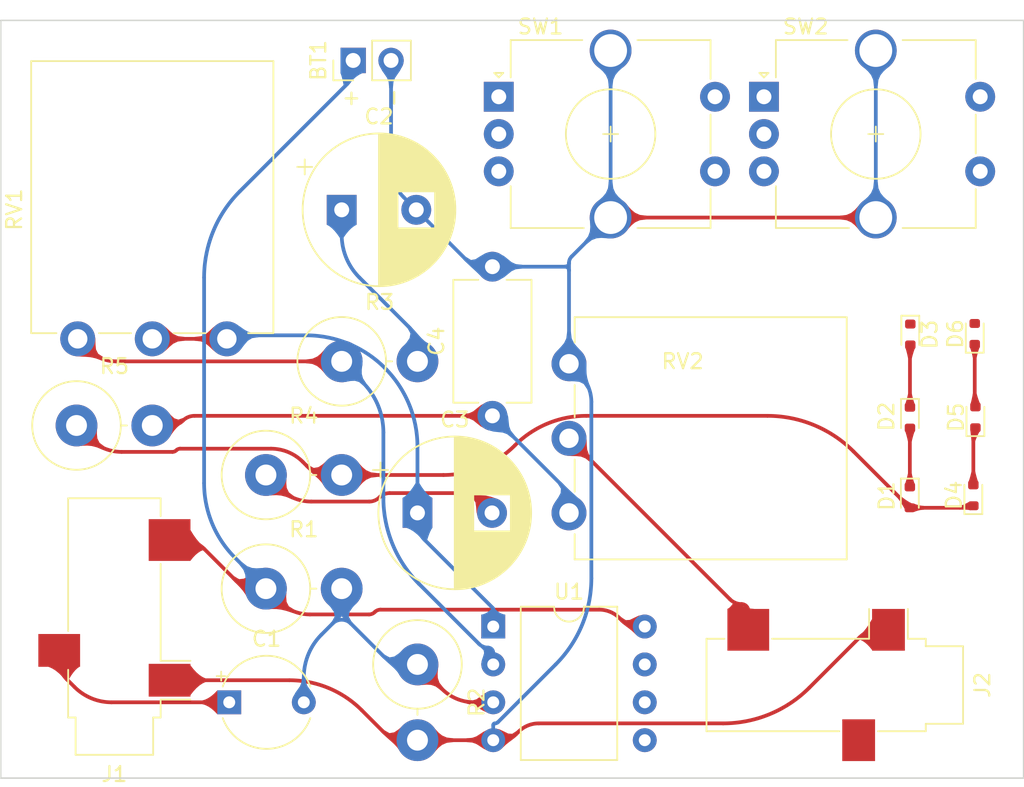
<source format=kicad_pcb>
(kicad_pcb (version 20221018) (generator pcbnew)
  (layers (0 "F.Cu" signal) (31 "B.Cu" signal) (34 "B.Paste" user) (35 "F.Paste" user) (36 "B.SilkS" user "B.Silkscreen") (37 "F.SilkS" user "F.Silkscreen") (38 "B.Mask" user) (39 "F.Mask" user) (44 "Edge.Cuts" user))
  (net 0 "")
  (net 1 "+9V")
  (net 2 "GND")
  (net 3 "Net-(C1-Pad1)")
  (net 4 "Net-(U1A-+)")
  (net 5 "Net-(C2-Pad1)")
  (net 6 "Net-(C3-Pad1)")
  (net 7 "Net-(C3-Pad2)")
  (net 8 "Net-(C4-Pad1)")
  (net 9 "Net-(D1-K)")
  (net 10 "/CLIPPER")
  (net 11 "Net-(D2-K)")
  (net 12 "Net-(D3-K)")
  (net 13 "Net-(D4-A)")
  (net 14 "Net-(D5-A)")
  (net 15 "Net-(D6-A)")
  (net 16 "Net-(J2-PadT)")
  (net 17 "Net-(U1A--)")
  (footprint "Resistor_THT:R_Axial_DIN0614_L14.3mm_D5.7mm_P5.08mm_Vertical" (layer "F.Cu") (at 71.12 157.48 -90)
    (fp_text reference "R2" (at 2.54 -3.97 90) (layer "F.SilkS"))
    (fp_text value "240k")
    (pad "1" thru_hole circle (at 0 0 270) (size 2.8 2.8) (drill 1.4) (layers "*.Cu" "*.Mask") (net 4 "Net-(U1A-+)"))
    (pad "2" thru_hole oval (at 5.08 0 270) (size 2.8 2.8) (drill 1.4) (layers "*.Cu" "*.Mask") (net 2 "GND"))
  )
  (footprint "Potentiometer_THT:Potentiometer_Piher_PC-16_Single_Vertical" (layer "F.Cu") (at 81.28 147.32)
    (fp_text reference "RV2" (at 7.62 -10.16) (layer "F.SilkS"))
    (fp_text value "50k")
    (pad "1" thru_hole circle (at 0 0) (size 2.34 2.34) (drill 1.3) (layers "*.Cu" "*.Mask") (net 8 "Net-(C4-Pad1)"))
    (pad "2" thru_hole circle (at 0 -5) (size 2.34 2.34) (drill 1.3) (layers "*.Cu" "*.Mask") (net 16 "Net-(J2-PadT)"))
    (pad "3" thru_hole circle (at 0 -10) (size 2.34 2.34) (drill 1.3) (layers "*.Cu" "*.Mask") (net 2 "GND"))
  )
  (footprint "Package_DIP:DIP-8_W10.16mm" (layer "F.Cu") (at 76.2 154.94)
    (fp_text reference "U1" (at 5.08 -2.33) (layer "F.SilkS"))
    (fp_text value "RC4558")
    (pad "1" thru_hole rect (at 0 0) (size 1.6 1.6) (drill 0.8) (layers "*.Cu" "*.Mask") (net 6 "Net-(C3-Pad1)"))
    (pad "2" thru_hole oval (at 0 2.54) (size 1.6 1.6) (drill 0.8) (layers "*.Cu" "*.Mask") (net 17 "Net-(U1A--)"))
    (pad "3" thru_hole oval (at 0 5.08) (size 1.6 1.6) (drill 0.8) (layers "*.Cu" "*.Mask") (net 4 "Net-(U1A-+)"))
    (pad "4" thru_hole oval (at 0 7.62) (size 1.6 1.6) (drill 0.8) (layers "*.Cu" "*.Mask") (net 2 "GND"))
    (pad "5" thru_hole oval (at 10.16 7.62) (size 1.6 1.6) (drill 0.8) (layers "*.Cu" "*.Mask"))
    (pad "6" thru_hole oval (at 10.16 5.08) (size 1.6 1.6) (drill 0.8) (layers "*.Cu" "*.Mask"))
    (pad "7" thru_hole oval (at 10.16 2.54) (size 1.6 1.6) (drill 0.8) (layers "*.Cu" "*.Mask"))
    (pad "8" thru_hole oval (at 10.16 0) (size 1.6 1.6) (drill 0.8) (layers "*.Cu" "*.Mask") (net 1 "+9V"))
  )
  (footprint "Potentiometer_THT:Potentiometer_Piher_PC-16_Single_Vertical" (layer "F.Cu") (at 58.34 135.65 90)
    (fp_text reference "RV1" (at 8.665 -14.25 90) (layer "F.SilkS"))
    (fp_text value "200k")
    (pad "1" thru_hole circle (at 0 0 90) (size 2.34 2.34) (drill 1.3) (layers "*.Cu" "*.Mask") (net 6 "Net-(C3-Pad1)"))
    (pad "2" thru_hole circle (at 0 -5 90) (size 2.34 2.34) (drill 1.3) (layers "*.Cu" "*.Mask") (net 6 "Net-(C3-Pad1)"))
    (pad "3" thru_hole circle (at 0 -10 90) (size 2.34 2.34) (drill 1.3) (layers "*.Cu" "*.Mask") (net 17 "Net-(U1A--)"))
  )
  (footprint "Diode_SMD:D_SOD-523" (layer "F.Cu") (at 108.39 146.1427 90)
    (fp_text reference "D4" (at 0 -1.3 90) (layer "F.SilkS"))
    (fp_text value "1N914WT")
    (pad "1" smd roundrect (at -0.7 0 270) (size 0.6 0.7) (layers "F.Cu" "F.Paste" "F.Mask") (net 10 "/CLIPPER"))
    (pad "2" smd roundrect (at 0.7 0 270) (size 0.6 0.7) (layers "F.Cu" "F.Paste" "F.Mask") (net 13 "Net-(D4-A)"))
  )
  (footprint "Connector_Audio:Jack_3.5mm_CUI_SJ-3523-SMT_Horizontal" (layer "F.Cu") (at 99.1 158.86 -90)
    (fp_text reference "J2" (at 0 -9.9 90) (layer "F.SilkS"))
    (fp_text value "AudioJack2")
    (pad "" np_thru_hole circle (at 0 -2.5 270) (size 1.7 1.7) (drill 1.7) (layers "*.Cu" "*.Mask"))
    (pad "" np_thru_hole circle (at 0 4.5 270) (size 1.7 1.7) (drill 1.7) (layers "*.Cu" "*.Mask"))
    (pad "R" smd rect (at 3.7 -1.6 270) (size 2.8 2.2) (layers "F.Cu" "F.Paste" "F.Mask"))
    (pad "S" smd rect (at -3.7 -3.6 270) (size 2.8 2.2) (layers "F.Cu" "F.Paste" "F.Mask") (net 2 "GND"))
    (pad "T" smd rect (at -3.7 5.8 270) (size 2.8 2.8) (layers "F.Cu" "F.Paste" "F.Mask") (net 16 "Net-(J2-PadT)"))
  )
  (footprint "Resistor_THT:R_Axial_DIN0614_L14.3mm_D5.7mm_P5.08mm_Vertical" (layer "F.Cu") (at 66.04 137.16)
    (fp_text reference "R3" (at 2.54 -3.97) (layer "F.SilkS"))
    (fp_text value "2k")
    (pad "1" thru_hole circle (at 0 0) (size 2.8 2.8) (drill 1.4) (layers "*.Cu" "*.Mask") (net 17 "Net-(U1A--)"))
    (pad "2" thru_hole oval (at 5.08 0) (size 2.8 2.8) (drill 1.4) (layers "*.Cu" "*.Mask") (net 5 "Net-(C2-Pad1)"))
  )
  (footprint "Diode_SMD:D_SOD-523" (layer "F.Cu") (at 108.4832 135.32 90)
    (fp_text reference "D6" (at 0 -1.3 90) (layer "F.SilkS"))
    (fp_text value "1N914WT")
    (pad "1" smd roundrect (at -0.7 0 270) (size 0.6 0.7) (layers "F.Cu" "F.Paste" "F.Mask") (net 14 "Net-(D5-A)"))
    (pad "2" smd roundrect (at 0.7 0 270) (size 0.6 0.7) (layers "F.Cu" "F.Paste" "F.Mask") (net 15 "Net-(D6-A)"))
  )
  (footprint "Resistor_THT:R_Axial_DIN0614_L14.3mm_D5.7mm_P5.08mm_Vertical" (layer "F.Cu") (at 60.96 144.78)
    (fp_text reference "R4" (at 2.54 -3.97) (layer "F.SilkS"))
    (fp_text value "8k")
    (pad "1" thru_hole circle (at 0 0) (size 2.8 2.8) (drill 1.4) (layers "*.Cu" "*.Mask") (net 7 "Net-(C3-Pad2)"))
    (pad "2" thru_hole oval (at 5.08 0) (size 2.8 2.8) (drill 1.4) (layers "*.Cu" "*.Mask") (net 10 "/CLIPPER"))
  )
  (footprint "Connector_Audio:Jack_3.5mm_CUI_SJ-3523-SMT_Horizontal" (layer "F.Cu") (at 50.8 154.94 180)
    (fp_text reference "J1" (at 0 -9.9) (layer "F.SilkS"))
    (fp_text value "AudioJack3")
    (pad "" np_thru_hole circle (at 0 -2.5 180) (size 1.7 1.7) (drill 1.7) (layers "*.Cu" "*.Mask"))
    (pad "" np_thru_hole circle (at 0 4.5 180) (size 1.7 1.7) (drill 1.7) (layers "*.Cu" "*.Mask"))
    (pad "R" smd rect (at 3.7 -1.6 180) (size 2.8 2.2) (layers "F.Cu" "F.Paste" "F.Mask") (net 3 "Net-(C1-Pad1)"))
    (pad "S" smd rect (at -3.7 -3.6 180) (size 2.8 2.2) (layers "F.Cu" "F.Paste" "F.Mask") (net 2 "GND"))
    (pad "T" smd rect (at -3.7 5.8 180) (size 2.8 2.8) (layers "F.Cu" "F.Paste" "F.Mask") (net 1 "+9V"))
  )
  (footprint "Capacitor_THT:CP_Radial_D10.0mm_P5.00mm" (layer "F.Cu") (at 71.12 147.32)
    (fp_text reference "C3" (at 2.5 -6.25) (layer "F.SilkS"))
    (fp_text value "4.7µF")
    (pad "1" thru_hole rect (at 0 0) (size 2 2) (drill 1) (layers "*.Cu" "*.Mask") (net 6 "Net-(C3-Pad1)"))
    (pad "2" thru_hole circle (at 5 0) (size 2 2) (drill 1) (layers "*.Cu" "*.Mask") (net 7 "Net-(C3-Pad2)"))
  )
  (footprint "Rotary_Encoder:RotaryEncoder_Alps_EC12E-Switch_Vertical_H20mm_CircularMountingHoles" (layer "F.Cu") (at 76.57 119.42)
    (fp_text reference "SW1" (at 2.8 -4.7) (layer "F.SilkS"))
    (fp_text value "SW_Rotary_1x4_MP")
    (pad "A" thru_hole rect (at 0 0) (size 2 2) (drill 1) (layers "*.Cu" "*.Mask"))
    (pad "B" thru_hole circle (at 0 5) (size 2 2) (drill 1) (layers "*.Cu" "*.Mask"))
    (pad "C" thru_hole circle (at 0 2.5) (size 2 2) (drill 1) (layers "*.Cu" "*.Mask"))
    (pad "MP" thru_hole circle (at 7.5 -3.1) (size 2.8 2.8) (drill 2.2) (layers "*.Cu" "*.Mask") (net 2 "GND"))
    (pad "MP" thru_hole circle (at 7.5 8.1) (size 2.8 2.8) (drill 2.2) (layers "*.Cu" "*.Mask") (net 2 "GND"))
    (pad "S1" thru_hole circle (at 14.5 0) (size 2 2) (drill 1) (layers "*.Cu" "*.Mask"))
    (pad "S2" thru_hole circle (at 14.5 5) (size 2 2) (drill 1) (layers "*.Cu" "*.Mask"))
  )
  (footprint "Resistor_THT:R_Axial_DIN0614_L14.3mm_D5.7mm_P5.08mm_Vertical" (layer "F.Cu") (at 60.96 152.4)
    (fp_text reference "R1" (at 2.54 -3.97) (layer "F.SilkS"))
    (fp_text value "20k")
    (pad "1" thru_hole circle (at 0 0) (size 2.8 2.8) (drill 1.4) (layers "*.Cu" "*.Mask") (net 1 "+9V"))
    (pad "2" thru_hole oval (at 5.08 0) (size 2.8 2.8) (drill 1.4) (layers "*.Cu" "*.Mask") (net 4 "Net-(U1A-+)"))
  )
  (footprint "Connector_PinHeader_2.54mm:PinHeader_1x02_P2.54mm_Vertical" (layer "F.Cu") (at 66.8087 116.9861 90)
    (fp_text reference "BT1" (at 0 -2.33 90) (layer "F.SilkS"))
    (fp_text value "9V Battery")
    (fp_text user "+" (at -3.261332 -0.18946 90) (layer "F.SilkS") (effects (justify left)))
    (fp_text user "-" (at -3.225189 2.674875 90) (layer "F.SilkS") (effects (justify left)))
    (pad "1" thru_hole rect (at 0 0 90) (size 1.7 1.7) (drill 1) (layers "*.Cu" "*.Mask") (net 1 "+9V"))
    (pad "2" thru_hole oval (at 0 2.54 90) (size 1.7 1.7) (drill 1) (layers "*.Cu" "*.Mask") (net 2 "GND"))
  )
  (footprint "Diode_SMD:D_SOD-523" (layer "F.Cu") (at 104.1325 146.2787 -90)
    (fp_text reference "D1" (at -0.086425 1.553144 90) (layer "F.SilkS"))
    (fp_text value "1N914WT")
    (pad "1" smd roundrect (at -0.7 0 90) (size 0.6 0.7) (layers "F.Cu" "F.Paste" "F.Mask") (net 9 "Net-(D1-K)"))
    (pad "2" smd roundrect (at 0.7 0 90) (size 0.6 0.7) (layers "F.Cu" "F.Paste" "F.Mask") (net 10 "/CLIPPER"))
  )
  (footprint "Resistor_THT:R_Axial_DIN0614_L14.3mm_D5.7mm_P5.08mm_Vertical" (layer "F.Cu") (at 48.26 141.46)
    (fp_text reference "R5" (at 2.54 -3.97) (layer "F.SilkS"))
    (fp_text value "10k")
    (pad "1" thru_hole circle (at 0 0) (size 2.8 2.8) (drill 1.4) (layers "*.Cu" "*.Mask") (net 10 "/CLIPPER"))
    (pad "2" thru_hole oval (at 5.08 0) (size 2.8 2.8) (drill 1.4) (layers "*.Cu" "*.Mask") (net 8 "Net-(C4-Pad1)"))
  )
  (footprint "Capacitor_THT:C_Disc_D8.0mm_W5.0mm_P10.00mm" (layer "F.Cu") (at 76.1453 140.8131 90)
    (fp_text reference "C4" (at 5 -3.75 90) (layer "F.SilkS"))
    (fp_text value "0.033µF")
    (pad "1" thru_hole circle (at 0 0 90) (size 2 2) (drill 1) (layers "*.Cu" "*.Mask") (net 8 "Net-(C4-Pad1)"))
    (pad "2" thru_hole circle (at 10 0 90) (size 2 2) (drill 1) (layers "*.Cu" "*.Mask") (net 2 "GND"))
  )
  (footprint "Capacitor_THT:CP_Radial_D10.0mm_P5.00mm" (layer "F.Cu") (at 66.04 127)
    (fp_text reference "C2" (at 2.5 -6.25) (layer "F.SilkS"))
    (fp_text value "4.7µF")
    (pad "1" thru_hole rect (at 0 0) (size 2 2) (drill 1) (layers "*.Cu" "*.Mask") (net 5 "Net-(C2-Pad1)"))
    (pad "2" thru_hole circle (at 5 0) (size 2 2) (drill 1) (layers "*.Cu" "*.Mask") (net 2 "GND"))
  )
  (footprint "Capacitor_THT:CP_Radial_Tantal_D6.0mm_P5.00mm" (layer "F.Cu") (at 58.5 160.02)
    (fp_text reference "C1" (at 2.5 -4.25) (layer "F.SilkS"))
    (fp_text value "0.047µF")
    (pad "1" thru_hole rect (at 0 0) (size 1.6 1.6) (drill 0.8) (layers "*.Cu" "*.Mask") (net 3 "Net-(C1-Pad1)"))
    (pad "2" thru_hole circle (at 5 0) (size 1.6 1.6) (drill 0.8) (layers "*.Cu" "*.Mask") (net 4 "Net-(U1A-+)"))
  )
  (footprint "Diode_SMD:D_SOD-523" (layer "F.Cu") (at 104.1636 135.3593 -90)
    (fp_text reference "D3" (at 0 -1.3 90) (layer "F.SilkS"))
    (fp_text value "1N914WT")
    (pad "1" smd roundrect (at -0.7 0 90) (size 0.6 0.7) (layers "F.Cu" "F.Paste" "F.Mask") (net 12 "Net-(D3-K)"))
    (pad "2" smd roundrect (at 0.7 0 90) (size 0.6 0.7) (layers "F.Cu" "F.Paste" "F.Mask") (net 11 "Net-(D2-K)"))
  )
  (footprint "Diode_SMD:D_SOD-523" (layer "F.Cu") (at 104.14 140.9352 -90)
    (fp_text reference "D2" (at -0.074066 1.573129 90) (layer "F.SilkS"))
    (fp_text value "1N914WT")
    (pad "1" smd roundrect (at -0.7 0 90) (size 0.6 0.7) (layers "F.Cu" "F.Paste" "F.Mask") (net 11 "Net-(D2-K)"))
    (pad "2" smd roundrect (at 0.7 0 90) (size 0.6 0.7) (layers "F.Cu" "F.Paste" "F.Mask") (net 9 "Net-(D1-K)"))
  )
  (footprint "Diode_SMD:D_SOD-523" (layer "F.Cu") (at 108.529 140.9127 90)
    (fp_text reference "D5" (at 0 -1.3 90) (layer "F.SilkS"))
    (fp_text value "1N914WT")
    (pad "1" smd roundrect (at -0.7 0 270) (size 0.6 0.7) (layers "F.Cu" "F.Paste" "F.Mask") (net 13 "Net-(D4-A)"))
    (pad "2" smd roundrect (at 0.7 0 270) (size 0.6 0.7) (layers "F.Cu" "F.Paste" "F.Mask") (net 14 "Net-(D5-A)"))
  )
  (footprint "Rotary_Encoder:RotaryEncoder_Alps_EC12E-Switch_Vertical_H20mm_CircularMountingHoles" (layer "F.Cu") (at 94.35 119.42)
    (fp_text reference "SW2" (at 2.8 -4.7) (layer "F.SilkS"))
    (fp_text value "SW_Rotary_1x4_MP")
    (pad "A" thru_hole rect (at 0 0) (size 2 2) (drill 1) (layers "*.Cu" "*.Mask"))
    (pad "B" thru_hole circle (at 0 5) (size 2 2) (drill 1) (layers "*.Cu" "*.Mask"))
    (pad "C" thru_hole circle (at 0 2.5) (size 2 2) (drill 1) (layers "*.Cu" "*.Mask"))
    (pad "MP" thru_hole circle (at 7.5 -3.1) (size 2.8 2.8) (drill 2.2) (layers "*.Cu" "*.Mask") (net 2 "GND"))
    (pad "MP" thru_hole circle (at 7.5 8.1) (size 2.8 2.8) (drill 2.2) (layers "*.Cu" "*.Mask") (net 2 "GND"))
    (pad "S1" thru_hole circle (at 14.5 0) (size 2 2) (drill 1) (layers "*.Cu" "*.Mask"))
    (pad "S2" thru_hole circle (at 14.5 5) (size 2 2) (drill 1) (layers "*.Cu" "*.Mask"))
  )
  (gr_rect (start 43.18 114.3) (end 111.76 165.1) (stroke (width 0.1)) (fill none) (layer "Edge.Cuts"))
  (segment (start 61.8241 153.2641) (end 60.96 152.4) (width 0.25) (layer "F.Cu") (net 1))
  (segment (start 56.837451 149.750551) (end 58.96608 151.87918) (width 0.25) (layer "F.Cu") (net 1))
  (segment (start 67.871608 154.1282) (end 63.910221 154.1282) (width 0.25) (layer "F.Cu") (net 1))
  (segment (start 68.643191 153.8086) (end 83.301679 153.8086) (width 0.25) (layer "F.Cu") (net 1))
  (segment (start 60.22345 152.4) (end 60.96 152.4) (width 0.25) (layer "F.Cu") (net 1))
  (segment (start 55.36345 149.14) (end 54.5 149.14) (width 0.25) (layer "F.Cu") (net 1))
  (segment (start 85.79655 154.94) (end 86.36 154.94) (width 0.25) (layer "F.Cu") (net 1))
  (segment (start 84.6674 154.3743) (end 84.83468 154.54158) (width 0.25) (layer "F.Cu") (net 1))
  (arc (start 58.96608 151.87918) (mid 59.542966 152.264643) (end 60.22345 152.4) (width 0.25) (layer "F.Cu") (net 1))
  (arc (start 56.837451 149.750551) (mid 56.161173 149.298677) (end 55.36345 149.14) (width 0.25) (layer "F.Cu") (net 1))
  (arc (start 61.8241 153.2641) (mid 62.78122 153.903627) (end 63.910221 154.1282) (width 0.25) (layer "F.Cu") (net 1))
  (arc (start 84.6674 154.3743) (mid 84.040801 153.95562) (end 83.301679 153.8086) (width 0.25) (layer "F.Cu") (net 1))
  (arc (start 68.643191 153.8086) (mid 68.434402 153.85013) (end 68.2574 153.9684) (width 0.25) (layer "F.Cu") (net 1))
  (arc (start 68.2574 153.9684) (mid 68.080397 154.086669) (end 67.871608 154.1282) (width 0.25) (layer "F.Cu") (net 1))
  (arc (start 84.83468 154.54158) (mid 85.275989 154.836454) (end 85.79655 154.94) (width 0.25) (layer "F.Cu") (net 1))
  (segment (start 58.88745 150.32745) (end 60.96 152.4) (width 0.25) (layer "B.Cu") (net 1))
  (segment (start 66.392602 118.579096) (end 59.20559 125.766109) (width 0.25) (layer "B.Cu") (net 1))
  (segment (start 56.8149 145.323871) (end 56.8149 131.537747) (width 0.25) (layer "B.Cu") (net 1))
  (segment (start 66.8087 117.57455) (end 66.8087 116.9861) (width 0.25) (layer "B.Cu") (net 1))
  (arc (start 56.8149 145.323871) (mid 57.353538 148.031788) (end 58.88745 150.32745) (width 0.25) (layer "B.Cu") (net 1))
  (arc (start 59.20559 125.766109) (mid 57.43622 128.414159) (end 56.8149 131.537747) (width 0.25) (layer "B.Cu") (net 1))
  (arc (start 66.8087 117.57455) (mid 66.700559 118.118206) (end 66.392602 118.579096) (width 0.25) (layer "B.Cu") (net 1))
  (segment (start 101.98655 155.16) (end 102.7 155.16) (width 0.25) (layer "F.Cu") (net 2))
  (segment (start 71.98345 162.56) (end 75.63655 162.56) (width 0.25) (layer "F.Cu") (net 2))
  (segment (start 97.39069 159.042409) (end 100.768614 155.664485) (width 0.25) (layer "F.Cu") (net 2))
  (segment (start 76.76345 162.56) (end 75.63655 162.56) (width 0.25) (layer "F.Cu") (net 2))
  (segment (start 71.98345 162.56) (end 70.25655 162.56) (width 0.25) (layer "F.Cu") (net 2))
  (segment (start 62.53053 158.54) (end 54.5 158.54) (width 0.25) (layer "F.Cu") (net 2))
  (segment (start 67.3831 160.55) (end 68.782548 161.949448) (width 0.25) (layer "F.Cu") (net 2))
  (segment (start 77.890349 161.996549) (end 77.725319 162.16158) (width 0.25) (layer "F.Cu") (net 2))
  (segment (start 79.250638 161.4331) (end 91.619053 161.4331) (width 0.25) (layer "F.Cu") (net 2))
  (segment (start 101.85 127.52) (end 84.07 127.52) (width 0.25) (layer "F.Cu") (net 2))
  (arc (start 79.250638 161.4331) (mid 78.514455 161.579535) (end 77.890349 161.996549) (width 0.25) (layer "F.Cu") (net 2))
  (arc (start 97.39069 159.042409) (mid 94.74264 160.811779) (end 91.619053 161.4331) (width 0.25) (layer "F.Cu") (net 2))
  (arc (start 101.98655 155.16) (mid 101.327407 155.291111) (end 100.768614 155.664485) (width 0.25) (layer "F.Cu") (net 2))
  (arc (start 67.3831 160.55) (mid 65.156722 159.062381) (end 62.53053 158.54) (width 0.25) (layer "F.Cu") (net 2))
  (arc (start 68.782548 161.949448) (mid 69.458826 162.401322) (end 70.25655 162.56) (width 0.25) (layer "F.Cu") (net 2))
  (arc (start 77.725319 162.16158) (mid 77.284009 162.456454) (end 76.76345 162.56) (width 0.25) (layer "F.Cu") (net 2))
  (segment (start 76.7914 130.8131) (end 75.4992 130.8131) (width 0.25) (layer "B.Cu") (net 2))
  (segment (start 82.7788 151.706853) (end 82.7788 139.878611) (width 0.25) (layer "B.Cu") (net 2))
  (segment (start 81.02845 130.8131) (end 76.7914 130.8131) (width 0.25) (layer "B.Cu") (net 2))
  (segment (start 84.07 127.52) (end 84.07 116.32) (width 0.25) (layer "B.Cu") (net 2))
  (segment (start 71.88565 127.84565) (end 74.396238 130.356238) (width 0.25) (layer "B.Cu") (net 2))
  (segment (start 84.07 127.52) (end 81.457872 130.132127) (width 0.25) (layer "B.Cu") (net 2))
  (segment (start 81.28 131.06465) (end 81.28 137.32) (width 0.25) (layer "B.Cu") (net 2))
  (segment (start 81.28 130.56155) (end 81.28 131.06465) (width 0.25) (layer "B.Cu") (net 2))
  (segment (start 69.3487 124.11277) (end 69.3487 116.9861) (width 0.25) (layer "B.Cu") (net 2))
  (segment (start 76.2 161.54985) (end 76.2 162.56) (width 0.25) (layer "B.Cu") (net 2))
  (segment (start 101.85 127.52) (end 101.85 116.32) (width 0.25) (layer "B.Cu") (net 2))
  (segment (start 80.388109 157.47849) (end 76.516054 161.350545) (width 0.25) (layer "B.Cu") (net 2))
  (segment (start 70.19435 126.15435) (end 71.88565 127.84565) (width 0.25) (layer "B.Cu") (net 2))
  (segment (start 82.0294 138.0694) (end 81.28 137.32) (width 0.25) (layer "B.Cu") (net 2))
  (arc (start 81.457872 130.132127) (mid 81.326227 130.329148) (end 81.28 130.56155) (width 0.25) (layer "B.Cu") (net 2))
  (arc (start 69.3487 124.11277) (mid 69.568477 125.217665) (end 70.19435 126.15435) (width 0.25) (layer "B.Cu") (net 2))
  (arc (start 81.02845 130.8131) (mid 81.206322 130.739422) (end 81.28 130.56155) (width 0.25) (layer "B.Cu") (net 2))
  (arc (start 74.396238 130.356238) (mid 74.902281 130.694365) (end 75.4992 130.8131) (width 0.25) (layer "B.Cu") (net 2))
  (arc (start 82.0294 138.0694) (mid 82.584037 138.899473) (end 82.7788 139.878611) (width 0.25) (layer "B.Cu") (net 2))
  (arc (start 76.516054 161.350545) (mid 76.424612 161.411644) (end 76.31675 161.4331) (width 0.25) (layer "B.Cu") (net 2))
  (arc (start 81.28 131.06465) (mid 81.206322 130.886777) (end 81.02845 130.8131) (width 0.25) (layer "B.Cu") (net 2))
  (arc (start 76.31675 161.4331) (mid 76.234195 161.467295) (end 76.2 161.54985) (width 0.25) (layer "B.Cu") (net 2))
  (arc (start 82.7788 151.706853) (mid 82.157479 154.83044) (end 80.388109 157.47849) (width 0.25) (layer "B.Cu") (net 2))
  (segment (start 47.1 157.25345) (end 47.1 156.54) (width 0.25) (layer "F.Cu") (net 3))
  (segment (start 50.60486 160.02) (end 58.5 160.02) (width 0.25) (layer "F.Cu") (net 3))
  (segment (start 47.604485 158.471385) (end 48.12655 158.99345) (width 0.25) (layer "F.Cu") (net 3))
  (arc (start 48.12655 158.99345) (mid 49.263608 159.753208) (end 50.60486 160.02) (width 0.25) (layer "F.Cu") (net 3))
  (arc (start 47.1 157.25345) (mid 47.231111 157.912591) (end 47.604485 158.471385) (width 0.25) (layer "F.Cu") (net 3))
  (segment (start 74.93 160.02) (end 76.2 160.02) (width 0.25) (layer "F.Cu") (net 4))
  (segment (start 72.761974 159.121974) (end 71.12 157.48) (width 0.25) (layer "F.Cu") (net 4))
  (arc (start 72.761974 159.121974) (mid 73.756672 159.78661) (end 74.93 160.02) (width 0.25) (layer "F.Cu") (net 4))
  (segment (start 65.429448 154.737451) (end 64.685499 155.4814) (width 0.25) (layer "B.Cu") (net 4))
  (segment (start 63.5 158.34345) (end 63.5 160.02) (width 0.25) (layer "B.Cu") (net 4))
  (segment (start 66.04 153.26345) (end 66.04 152.4) (width 0.25) (layer "B.Cu") (net 4))
  (segment (start 66.650551 154.737451) (end 68.782548 156.869448) (width 0.25) (layer "B.Cu") (net 4))
  (segment (start 70.25655 157.48) (end 71.12 157.48) (width 0.25) (layer "B.Cu") (net 4))
  (arc (start 64.685499 155.4814) (mid 63.808101 156.794519) (end 63.5 158.34345) (width 0.25) (layer "B.Cu") (net 4))
  (arc (start 68.782548 156.869448) (mid 69.458826 157.321322) (end 70.25655 157.48) (width 0.25) (layer "B.Cu") (net 4))
  (arc (start 66.650551 154.737451) (mid 66.039999 154.484552) (end 65.429448 154.737451) (width 0.25) (layer "B.Cu") (net 4))
  (arc (start 66.04 153.26345) (mid 66.198677 154.061173) (end 66.650551 154.737451) (width 0.25) (layer "B.Cu") (net 4))
  (arc (start 65.429448 154.737451) (mid 65.881322 154.061173) (end 66.04 153.26345) (width 0.25) (layer "B.Cu") (net 4))
  (segment (start 66.04 128.67655) (end 66.04 127) (width 0.25) (layer "B.Cu") (net 5))
  (segment (start 70.509448 134.822548) (end 67.225499 131.538599) (width 0.25) (layer "B.Cu") (net 5))
  (segment (start 71.12 136.29655) (end 71.12 137.16) (width 0.25) (layer "B.Cu") (net 5))
  (arc (start 66.04 128.67655) (mid 66.348101 130.22548) (end 67.225499 131.538599) (width 0.25) (layer "B.Cu") (net 5))
  (arc (start 70.509448 134.822548) (mid 70.961322 135.498826) (end 71.12 136.29655) (width 0.25) (layer "B.Cu") (net 5))
  (segment (start 53.34 135.65) (end 58.34 135.65) (width 0.25) (layer "F.Cu") (net 6))
  (segment (start 71.12 142.884175) (end 71.12 147.32) (width 0.25) (layer "B.Cu") (net 6))
  (segment (start 76.2 153.8562) (end 76.2 154.94) (width 0.25) (layer "B.Cu") (net 6))
  (segment (start 71.12 147.98345) (end 71.12 147.32) (width 0.25) (layer "B.Cu") (net 6))
  (segment (start 58.45755 135.53245) (end 58.34 135.65) (width 0.25) (layer "B.Cu") (net 6))
  (segment (start 76.169523 153.696423) (end 71.589129 149.116029) (width 0.25) (layer "B.Cu") (net 6))
  (segment (start 76.2 153.77) (end 76.2 153.8562) (width 0.25) (layer "B.Cu") (net 6))
  (segment (start 63.650724 135.4149) (end 58.74134 135.4149) (width 0.25) (layer "B.Cu") (net 6))
  (arc (start 71.12 147.98345) (mid 71.241922 148.596397) (end 71.589129 149.116029) (width 0.25) (layer "B.Cu") (net 6))
  (arc (start 58.74134 135.4149) (mid 58.587754 135.44545) (end 58.45755 135.53245) (width 0.25) (layer "B.Cu") (net 6))
  (arc (start 76.169523 153.696423) (mid 76.192079 153.73018) (end 76.2 153.77) (width 0.25) (layer "B.Cu") (net 6))
  (arc (start 68.9323 137.6026) (mid 66.509092 135.983464) (end 63.650724 135.4149) (width 0.25) (layer "B.Cu") (net 6))
  (arc (start 68.9323 137.6026) (mid 70.551435 140.025807) (end 71.12 142.884175) (width 0.25) (layer "B.Cu") (net 6))
  (segment (start 69.254707 145.9931) (end 73.85484 145.9931) (width 0.25) (layer "F.Cu") (net 7))
  (segment (start 75.45655 146.65655) (end 76.12 147.32) (width 0.25) (layer "F.Cu") (net 7))
  (segment (start 61.8506 145.6706) (end 60.96 144.78) (width 0.25) (layer "F.Cu") (net 7))
  (segment (start 64.000698 146.5612) (end 67.883192 146.5612) (width 0.25) (layer "F.Cu") (net 7))
  (arc (start 69.254707 145.9931) (mid 68.883578 146.066922) (end 68.56895 146.27715) (width 0.25) (layer "F.Cu") (net 7))
  (arc (start 61.8506 145.6706) (mid 62.837073 146.32974) (end 64.000698 146.5612) (width 0.25) (layer "F.Cu") (net 7))
  (arc (start 68.56895 146.27715) (mid 68.254321 146.487377) (end 67.883192 146.5612) (width 0.25) (layer "F.Cu") (net 7))
  (arc (start 75.45655 146.65655) (mid 74.721679 146.165525) (end 73.85484 145.9931) (width 0.25) (layer "F.Cu") (net 7))
  (segment (start 54.609472 141.46) (end 53.34 141.46) (width 0.25) (layer "F.Cu") (net 8))
  (segment (start 56.171227 140.8131) (end 76.1453 140.8131) (width 0.25) (layer "F.Cu") (net 8))
  (arc (start 56.171227 140.8131) (mid 55.748619 140.897161) (end 55.39035 141.13655) (width 0.25) (layer "F.Cu") (net 8))
  (arc (start 55.39035 141.13655) (mid 55.03208 141.375938) (end 54.609472 141.46) (width 0.25) (layer "F.Cu") (net 8))
  (segment (start 80.794854 145.462654) (end 76.1453 140.8131) (width 0.25) (layer "B.Cu") (net 8))
  (segment (start 81.28 146.6339) (end 81.28 147.32) (width 0.25) (layer "B.Cu") (net 8))
  (arc (start 80.794854 145.462654) (mid 81.153914 146.000026) (end 81.28 146.6339) (width 0.25) (layer "B.Cu") (net 8))
  (segment (start 104.13625 141.63895) (end 104.14 141.6352) (width 0.25) (layer "F.Cu") (net 9))
  (segment (start 104.1325 141.648003) (end 104.1325 145.5787) (width 0.25) (layer "F.Cu") (net 9))
  (arc (start 104.13625 141.63895) (mid 104.133474 141.643103) (end 104.1325 141.648003) (width 0.25) (layer "F.Cu") (net 9))
  (segment (start 82.434897 140.8137) (end 94.586552 140.8137) (width 0.25) (layer "F.Cu") (net 10))
  (segment (start 66.90345 144.78) (end 65.17655 144.78) (width 0.25) (layer "F.Cu") (net 10))
  (segment (start 49.14525 142.34525) (end 48.26 141.46) (width 0.25) (layer "F.Cu") (net 10))
  (segment (start 66.90345 144.78) (end 72.859402 144.78) (width 0.25) (layer "F.Cu") (net 10))
  (segment (start 100.35819 143.20439) (end 104.1325 146.9787) (width 0.25) (layer "F.Cu") (net 10))
  (segment (start 61.302446 143.0164) (end 55.209591 143.0164) (width 0.25) (layer "F.Cu") (net 10))
  (segment (start 54.692708 143.2305) (end 51.282432 143.2305) (width 0.25) (layer "F.Cu") (net 10))
  (segment (start 63.702548 144.169448) (end 63.4313 143.8982) (width 0.25) (layer "F.Cu") (net 10))
  (segment (start 108.322 146.9107) (end 108.39 146.8427) (width 0.25) (layer "F.Cu") (net 10))
  (segment (start 108.157833 146.9787) (end 104.1325 146.9787) (width 0.25) (layer "F.Cu") (net 10))
  (arc (start 108.322 146.9107) (mid 108.246679 146.961027) (end 108.157833 146.9787) (width 0.25) (layer "F.Cu") (net 10))
  (arc (start 63.702548 144.169448) (mid 64.378826 144.621322) (end 65.17655 144.78) (width 0.25) (layer "F.Cu") (net 10))
  (arc (start 100.35819 143.20439) (mid 97.71014 141.43502) (end 94.586552 140.8137) (width 0.25) (layer "F.Cu") (net 10))
  (arc (start 63.4313 143.8982) (mid 62.454573 143.245572) (end 61.302446 143.0164) (width 0.25) (layer "F.Cu") (net 10))
  (arc (start 55.209591 143.0164) (mid 55.069723 143.044221) (end 54.95115 143.12345) (width 0.25) (layer "F.Cu") (net 10))
  (arc (start 77.64715 142.79685) (mid 75.450512 144.264596) (end 72.859402 144.78) (width 0.25) (layer "F.Cu") (net 10))
  (arc (start 49.14525 142.34525) (mid 50.125797 143.000431) (end 51.282432 143.2305) (width 0.25) (layer "F.Cu") (net 10))
  (arc (start 54.95115 143.12345) (mid 54.832575 143.202678) (end 54.692708 143.2305) (width 0.25) (layer "F.Cu") (net 10))
  (arc (start 82.434897 140.8137) (mid 79.843787 141.329103) (end 77.64715 142.79685) (width 0.25) (layer "F.Cu") (net 10))
  (segment (start 104.1518 136.0711) (end 104.1636 136.0593) (width 0.25) (layer "F.Cu") (net 11))
  (segment (start 104.14 136.099587) (end 104.14 140.2352) (width 0.25) (layer "F.Cu") (net 11))
  (arc (start 104.1518 136.0711) (mid 104.143066 136.08417) (end 104.14 136.099587) (width 0.25) (layer "F.Cu") (net 11))
  (segment (start 108.4595 141.6822) (end 108.529 141.6127) (width 0.25) (layer "F.Cu") (net 13))
  (segment (start 108.39 141.849987) (end 108.39 145.4427) (width 0.25) (layer "F.Cu") (net 13))
  (arc (start 108.4595 141.6822) (mid 108.408062 141.759181) (end 108.39 141.849987) (width 0.25) (layer "F.Cu") (net 13))
  (segment (start 108.5061 140.1898) (end 108.529 140.2127) (width 0.25) (layer "F.Cu") (net 14))
  (segment (start 108.4832 140.134514) (end 108.4832 136.02) (width 0.25) (layer "F.Cu") (net 14))
  (arc (start 108.4832 140.134514) (mid 108.489151 140.164434) (end 108.5061 140.1898) (width 0.25) (layer "F.Cu") (net 14))
  (segment (start 92.072462 153.112462) (end 81.28 142.32) (width 0.25) (layer "F.Cu") (net 16))
  (segment (start 93.3 153.88655) (end 93.3 155.16) (width 0.25) (layer "F.Cu") (net 16))
  (arc (start 92.072462 153.112462) (mid 92.427616 153.349768) (end 92.84655 153.4331) (width 0.25) (layer "F.Cu") (net 16))
  (arc (start 93.3 153.88655) (mid 93.167187 153.565912) (end 92.84655 153.4331) (width 0.25) (layer "F.Cu") (net 16))
  (segment (start 50.917731 137.16) (end 66.04 137.16) (width 0.25) (layer "F.Cu") (net 17))
  (segment (start 49.095 136.405) (end 48.34 135.65) (width 0.25) (layer "F.Cu") (net 17))
  (arc (start 49.095 136.405) (mid 49.931276 136.963781) (end 50.917731 137.16) (width 0.25) (layer "F.Cu") (net 17))
  (segment (start 68.8347 141.930851) (end 68.8347 146.311152) (width 0.25) (layer "B.Cu") (net 17))
  (segment (start 76.2 156.70525) (end 76.2 157.48) (width 0.25) (layer "B.Cu") (net 17))
  (segment (start 67.43735 138.55735) (end 66.04 137.16) (width 0.25) (layer "B.Cu") (net 17))
  (segment (start 71.22539 152.08279) (end 75.246692 156.104092) (width 0.25) (layer "B.Cu") (net 17))
  (arc (start 68.8347 146.311152) (mid 69.45602 149.43474) (end 71.22539 152.08279) (width 0.25) (layer "B.Cu") (net 17))
  (arc (start 75.246692 156.104092) (mid 75.522505 156.288384) (end 75.84785 156.3531) (width 0.25) (layer "B.Cu") (net 17))
  (arc (start 67.43735 138.55735) (mid 68.47154 140.105125) (end 68.8347 141.930851) (width 0.25) (layer "B.Cu") (net 17))
  (arc (start 76.2 156.70525) (mid 76.096857 156.456242) (end 75.84785 156.3531) (width 0.25) (layer "B.Cu") (net 17))
)
</source>
